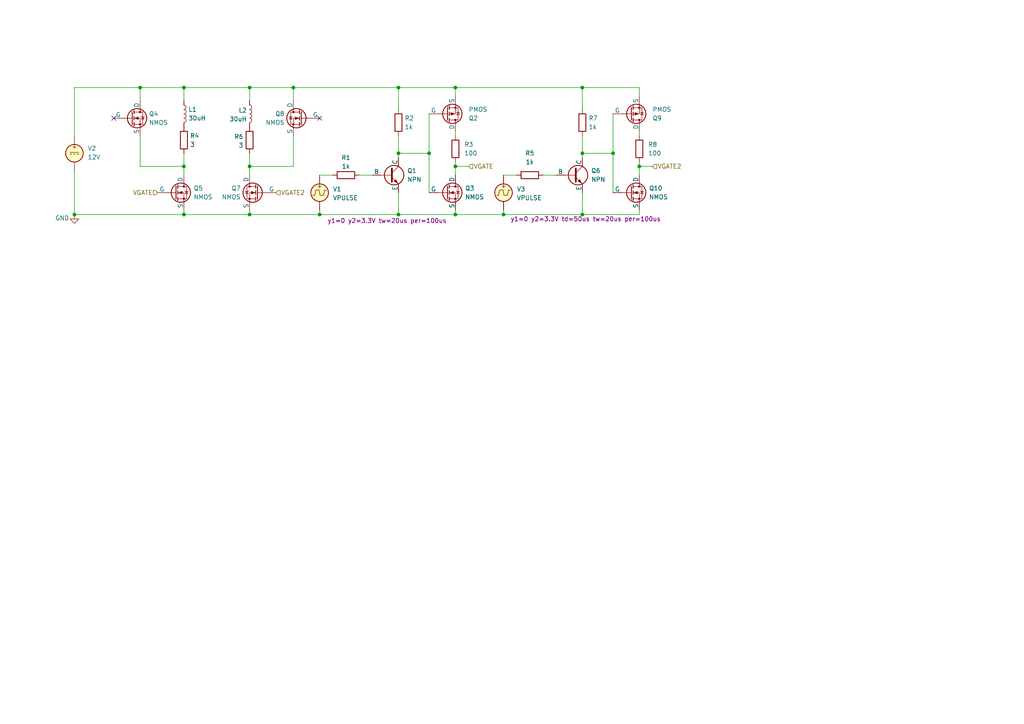
<source format=kicad_sch>
(kicad_sch (version 20250114) (generator "eeschema") (generator_version "9.0")
  (paper "A4")
  (lib_symbols
    (symbol "Device:L" (pin_numbers (hide yes)) (pin_names (offset 1.016) (hide yes))
      (property "Reference" "L" (at -1.27 0 90))
      (property "Value" "L" (at 1.905 0 90))
      (symbol "L_0_1"
        (arc (start 0 2.54) (mid 0.6323 1.905) (end 0 1.27))
        (arc (start 0 1.27) (mid 0.6323 0.635) (end 0 0))
        (arc (start 0 0) (mid 0.6323 -0.635) (end 0 -1.27))
        (arc (start 0 -1.27) (mid 0.6323 -1.905) (end 0 -2.54))
      )
      (symbol "L_1_1"
        (pin passive line (at 0 3.81 270) (length 1.27) (name "1") (number "1"))
        (pin passive line (at 0 -3.81 90) (length 1.27) (name "2") (number "2"))
      )
    )
    (symbol "Device:R" (pin_numbers (hide yes)) (pin_names (offset 0))
      (property "Reference" "R" (at 2.032 0 90))
      (property "Value" "R" (at 0 0 90))
      (symbol "R_0_1"
        (rectangle (start -1.016 -2.54) (end 1.016 2.54) (stroke (width 0.254)))
      )
      (symbol "R_1_1"
        (pin passive line (at 0 3.81 270) (length 1.27) (name "~") (number "1"))
        (pin passive line (at 0 -3.81 90) (length 1.27) (name "~") (number "2"))
      )
    )
    (symbol "Simulation_SPICE:NMOS" (pin_numbers (hide yes)) (pin_names (offset 0))
      (property "Reference" "Q" (at 5.08 1.27 0))
      (property "Value" "NMOS" (at 5.08 -1.27 0))
      (symbol "NMOS_0_1"
        (polyline (pts (xy 0.254 1.905) (xy 0.254 -1.905)) (stroke (width 0.254)))
        (polyline (pts (xy 0.254 0) (xy -2.54 0)))
        (polyline (pts (xy 0.762 2.286) (xy 0.762 1.27)) (stroke (width 0.254)))
        (polyline (pts (xy 0.762 0.508) (xy 0.762 -0.508)) (stroke (width 0.254)))
        (polyline (pts (xy 0.762 -1.27) (xy 0.762 -2.286)) (stroke (width 0.254)))
        (polyline (pts (xy 0.762 -1.778) (xy 3.302 -1.778) (xy 3.302 1.778) (xy 0.762 1.778)))
        (polyline (pts (xy 1.016 0) (xy 2.032 0.381) (xy 2.032 -0.381) (xy 1.016 0)) (fill (type outline)))
        (circle (center 1.651 0) (radius 2.794) (stroke (width 0.254)))
        (polyline (pts (xy 2.54 2.54) (xy 2.54 1.778)))
        (circle (center 2.54 1.778) (radius 0.254) (fill (type outline)))
        (circle (center 2.54 -1.778) (radius 0.254) (fill (type outline)))
        (polyline (pts (xy 2.54 -2.54) (xy 2.54 0) (xy 0.762 0)))
        (polyline (pts (xy 2.794 0.508) (xy 2.921 0.381) (xy 3.683 0.381) (xy 3.81 0.254)))
        (polyline (pts (xy 3.302 0.381) (xy 2.921 -0.254) (xy 3.683 -0.254) (xy 3.302 0.381)))
      )
      (symbol "NMOS_1_1"
        (pin input line (at -5.08 0 0) (length 2.54) (name "G") (number "2"))
        (pin passive line (at 2.54 5.08 270) (length 2.54) (name "D") (number "1"))
        (pin passive line (at 2.54 -5.08 90) (length 2.54) (name "S") (number "3"))
      )
    )
    (symbol "Simulation_SPICE:NPN" (pin_numbers (hide yes)) (pin_names (offset 0))
      (property "Reference" "Q" (at -2.54 7.62 0))
      (property "Value" "NPN" (at -2.54 5.08 0))
      (symbol "NPN_0_1"
        (polyline (pts (xy -2.54 0) (xy 0.635 0)) (stroke (width 0.1524)))
        (polyline (pts (xy 0.635 1.905) (xy 0.635 -1.905) (xy 0.635 -1.905)) (stroke (width 0.508)))
        (polyline (pts (xy 0.635 0.635) (xy 2.54 2.54)))
        (polyline (pts (xy 0.635 -0.635) (xy 2.54 -2.54) (xy 2.54 -2.54)))
        (circle (center 1.27 0) (radius 2.8194) (stroke (width 0.254)))
        (polyline (pts (xy 1.27 -1.778) (xy 1.778 -1.27) (xy 2.286 -2.286) (xy 1.27 -1.778) (xy 1.27 -1.778)) (fill (type outline)))
        (polyline (pts (xy 2.794 -1.27) (xy 2.794 -1.27)) (stroke (width 0.1524)))
        (polyline (pts (xy 2.794 -1.27) (xy 2.794 -1.27)) (stroke (width 0.1524)))
      )
      (symbol "NPN_1_1"
        (pin input line (at -5.08 0 0) (length 2.54) (name "B") (number "2"))
        (pin open_collector line (at 2.54 5.08 270) (length 2.54) (name "C") (number "1"))
        (pin open_emitter line (at 2.54 -5.08 90) (length 2.54) (name "E") (number "3"))
      )
    )
    (symbol "Simulation_SPICE:PMOS" (pin_numbers (hide yes)) (pin_names (offset 0))
      (property "Reference" "Q" (at 5.08 1.27 0))
      (property "Value" "PMOS" (at 5.08 -1.27 0))
      (symbol "PMOS_0_1"
        (polyline (pts (xy 0.254 1.905) (xy 0.254 -1.905)) (stroke (width 0.254)))
        (polyline (pts (xy 0.254 0) (xy -2.54 0)))
        (polyline (pts (xy 0.762 2.286) (xy 0.762 1.27)) (stroke (width 0.254)))
        (polyline (pts (xy 0.762 1.778) (xy 3.302 1.778) (xy 3.302 -1.778) (xy 0.762 -1.778)))
        (polyline (pts (xy 0.762 0.508) (xy 0.762 -0.508)) (stroke (width 0.254)))
        (polyline (pts (xy 0.762 -1.27) (xy 0.762 -2.286)) (stroke (width 0.254)))
        (circle (center 1.651 0) (radius 2.794) (stroke (width 0.254)))
        (polyline (pts (xy 2.286 0) (xy 1.27 0.381) (xy 1.27 -0.381) (xy 2.286 0)) (fill (type outline)))
        (polyline (pts (xy 2.54 2.54) (xy 2.54 1.778)))
        (circle (center 2.54 1.778) (radius 0.254) (fill (type outline)))
        (circle (center 2.54 -1.778) (radius 0.254) (fill (type outline)))
        (polyline (pts (xy 2.54 -2.54) (xy 2.54 0) (xy 0.762 0)))
        (polyline (pts (xy 2.794 -0.508) (xy 2.921 -0.381) (xy 3.683 -0.381) (xy 3.81 -0.254)))
        (polyline (pts (xy 3.302 -0.381) (xy 2.921 0.254) (xy 3.683 0.254) (xy 3.302 -0.381)))
      )
      (symbol "PMOS_1_1"
        (pin input line (at -5.08 0 0) (length 2.54) (name "G") (number "2"))
        (pin passive line (at 2.54 5.08 270) (length 2.54) (name "D") (number "1"))
        (pin passive line (at 2.54 -5.08 90) (length 2.54) (name "S") (number "3"))
      )
    )
    (symbol "Simulation_SPICE:VDC" (pin_numbers (hide yes)) (pin_names (offset 0.0254))
      (property "Reference" "V" (at 2.54 2.54 0))
      (property "Value" "1" (at 2.54 0 0))
      (symbol "VDC_0_0"
        (polyline (pts (xy -1.27 0.254) (xy 1.27 0.254)))
        (polyline (pts (xy -0.762 -0.254) (xy -1.27 -0.254)))
        (polyline (pts (xy 0.254 -0.254) (xy -0.254 -0.254)))
        (polyline (pts (xy 1.27 -0.254) (xy 0.762 -0.254)))
        (text "+" (at 0 1.905 0) (effects (font (size 1.27 1.27))))
      )
      (symbol "VDC_0_1"
        (circle (center 0 0) (radius 2.54) (stroke (width 0.254)) (fill (type background)))
      )
      (symbol "VDC_1_1"
        (pin passive line (at 0 5.08 270) (length 2.54) (name "~") (number "1"))
        (pin passive line (at 0 -5.08 90) (length 2.54) (name "~") (number "2"))
      )
    )
    (symbol "Simulation_SPICE:VPULSE" (pin_numbers (hide yes)) (pin_names (offset 0.0254))
      (property "Reference" "V" (at 2.54 2.54 0))
      (property "Value" "VPULSE" (at 2.54 0 0))
      (property "Sim.Params" "y1=0 y2=1 td=2n tr=2n tf=2n tw=50n per=100n" (at 2.54 -2.54 0))
      (symbol "VPULSE_0_0"
        (polyline (pts (xy -2.032 -0.762) (xy -1.397 -0.762) (xy -1.143 0.762) (xy -0.127 0.762) (xy 0.127 -0.762) (xy 1.143 -0.762) (xy 1.397 0.762) (xy 2.032 0.762)))
        (text "+" (at 0 1.905 0) (effects (font (size 1.27 1.27))))
      )
      (symbol "VPULSE_0_1"
        (circle (center 0 0) (radius 2.54) (stroke (width 0.254)) (fill (type background)))
      )
      (symbol "VPULSE_1_1"
        (pin passive line (at 0 5.08 270) (length 2.54) (name "~") (number "1"))
        (pin passive line (at 0 -5.08 90) (length 2.54) (name "~") (number "2"))
      )
    )
    (symbol "power:GND" (power) (pin_numbers (hide yes)) (pin_names (offset 0) (hide yes))
      (property "Value" "GND" (at 0 -3.81 0))
      (symbol "GND_0_1"
        (polyline (pts (xy 0 0) (xy 0 -1.27) (xy 1.27 -1.27) (xy 0 -2.54) (xy -1.27 -1.27) (xy 0 -1.27)))
      )
      (symbol "GND_1_1"
        (pin power_in line (at 0 0 270) (length 0) (name "~") (number "1"))
      )
    )
  )
  (junction (at 53.34 62.23))
  (junction (at 72.39 48.26))
  (junction (at 53.34 25.4))
  (junction (at 85.09 25.4))
  (junction (at 146.05 62.23))
  (junction (at 168.91 25.4))
  (junction (at 21.59 62.23))
  (junction (at 72.39 25.4))
  (junction (at 72.39 62.23))
  (junction (at 185.42 48.26))
  (junction (at 132.08 48.26))
  (junction (at 115.57 62.23))
  (junction (at 53.34 48.26))
  (junction (at 168.91 62.23))
  (junction (at 168.91 44.45))
  (junction (at 115.57 25.4))
  (junction (at 177.8 44.45))
  (junction (at 124.46 44.45))
  (junction (at 92.71 62.23))
  (junction (at 132.08 62.23))
  (junction (at 115.57 44.45))
  (junction (at 40.64 25.4))
  (junction (at 132.08 25.4))
  (no_connect (at 92.71 34.29))
  (no_connect (at 33.02 34.29))
  (wire (pts (xy 40.64 39.37) (xy 40.64 48.26)))
  (wire (pts (xy 40.64 25.4) (xy 53.34 25.4)))
  (wire (pts (xy 132.08 38.1) (xy 132.08 39.37)))
  (wire (pts (xy 168.91 62.23) (xy 185.42 62.23)))
  (wire (pts (xy 132.08 60.96) (xy 132.08 62.23)))
  (wire (pts (xy 168.91 39.37) (xy 168.91 44.45)))
  (wire (pts (xy 124.46 44.45) (xy 124.46 55.88)))
  (wire (pts (xy 53.34 60.96) (xy 53.34 62.23)))
  (wire (pts (xy 72.39 48.26) (xy 72.39 50.8)))
  (wire (pts (xy 168.91 44.45) (xy 168.91 45.72)))
  (wire (pts (xy 115.57 44.45) (xy 115.57 39.37)))
  (wire (pts (xy 132.08 25.4) (xy 168.91 25.4)))
  (wire (pts (xy 185.42 39.37) (xy 185.42 38.1)))
  (wire (pts (xy 40.64 25.4) (xy 40.64 29.21)))
  (wire (pts (xy 124.46 44.45) (xy 124.46 33.02)))
  (wire (pts (xy 72.39 25.4) (xy 85.09 25.4)))
  (wire (pts (xy 185.42 25.4) (xy 185.42 27.94)))
  (wire (pts (xy 132.08 48.26) (xy 135.89 48.26)))
  (wire (pts (xy 168.91 31.75) (xy 168.91 25.4)))
  (wire (pts (xy 185.42 48.26) (xy 189.23 48.26)))
  (wire (pts (xy 21.59 25.4) (xy 40.64 25.4)))
  (wire (pts (xy 104.14 50.8) (xy 107.95 50.8)))
  (wire (pts (xy 53.34 44.45) (xy 53.34 48.26)))
  (wire (pts (xy 85.09 25.4) (xy 115.57 25.4)))
  (wire (pts (xy 21.59 49.53) (xy 21.59 62.23)))
  (wire (pts (xy 115.57 44.45) (xy 115.57 45.72)))
  (wire (pts (xy 85.09 25.4) (xy 85.09 29.21)))
  (wire (pts (xy 185.42 48.26) (xy 185.42 50.8)))
  (wire (pts (xy 177.8 44.45) (xy 177.8 33.02)))
  (wire (pts (xy 168.91 44.45) (xy 177.8 44.45)))
  (wire (pts (xy 53.34 48.26) (xy 53.34 50.8)))
  (wire (pts (xy 72.39 44.45) (xy 72.39 48.26)))
  (wire (pts (xy 92.71 62.23) (xy 115.57 62.23)))
  (wire (pts (xy 72.39 62.23) (xy 92.71 62.23)))
  (wire (pts (xy 132.08 46.99) (xy 132.08 48.26)))
  (wire (pts (xy 115.57 62.23) (xy 132.08 62.23)))
  (wire (pts (xy 157.48 50.8) (xy 161.29 50.8)))
  (wire (pts (xy 146.05 50.8) (xy 149.86 50.8)))
  (wire (pts (xy 132.08 62.23) (xy 146.05 62.23)))
  (wire (pts (xy 115.57 55.88) (xy 115.57 62.23)))
  (wire (pts (xy 177.8 44.45) (xy 177.8 55.88)))
  (wire (pts (xy 85.09 39.37) (xy 85.09 48.26)))
  (wire (pts (xy 115.57 25.4) (xy 132.08 25.4)))
  (wire (pts (xy 92.71 50.8) (xy 96.52 50.8)))
  (wire (pts (xy 72.39 60.96) (xy 72.39 62.23)))
  (wire (pts (xy 53.34 25.4) (xy 72.39 25.4)))
  (wire (pts (xy 146.05 62.23) (xy 146.05 60.96)))
  (wire (pts (xy 40.64 48.26) (xy 53.34 48.26)))
  (wire (pts (xy 185.42 46.99) (xy 185.42 48.26)))
  (wire (pts (xy 92.71 60.96) (xy 92.71 62.23)))
  (wire (pts (xy 146.05 62.23) (xy 168.91 62.23)))
  (wire (pts (xy 132.08 25.4) (xy 132.08 27.94)))
  (wire (pts (xy 115.57 44.45) (xy 124.46 44.45)))
  (wire (pts (xy 168.91 25.4) (xy 185.42 25.4)))
  (wire (pts (xy 168.91 55.88) (xy 168.91 62.23)))
  (wire (pts (xy 21.59 62.23) (xy 53.34 62.23)))
  (wire (pts (xy 53.34 25.4) (xy 53.34 29.21)))
  (wire (pts (xy 185.42 60.96) (xy 185.42 62.23)))
  (wire (pts (xy 85.09 48.26) (xy 72.39 48.26)))
  (wire (pts (xy 132.08 48.26) (xy 132.08 50.8)))
  (wire (pts (xy 72.39 25.4) (xy 72.39 29.21)))
  (wire (pts (xy 21.59 25.4) (xy 21.59 39.37)))
  (wire (pts (xy 53.34 62.23) (xy 72.39 62.23)))
  (wire (pts (xy 115.57 31.75) (xy 115.57 25.4)))
  (hierarchical_label "VGATE" (shape input) (at 135.89 48.26 0))
  (hierarchical_label "VGATE" (shape input) (at 45.72 55.88 180))
  (hierarchical_label "VGATE2" (shape input) (at 189.23 48.26 0))
  (hierarchical_label "VGATE2" (shape input) (at 80.01 55.88 0))
  (symbol (lib_id "power:GND") (at 21.59 62.23 0) (unit 1)
    (property "Reference" "#PWR02" (effects (hide yes)))
    (property "Value" "GND" (at 18.034 63.246 0))
    (property "Description" "Power symbol creates a global label with name \"GND\" , ground" (effects (hide yes)))
  )
  (symbol (lib_id "Simulation_SPICE:VPULSE") (at 92.71 55.88 0) (unit 1)
    (property "Reference" "V1" (at 96.52 54.864 0) (effects (justify left)))
    (property "Value" "VPULSE" (at 96.52 57.404 0) (effects (justify left)))
    (property "Datasheet" "https://ngspice.sourceforge.io/docs/ngspice-html-manual/manual.xhtml#sec_Independent_Sources_for" (effects (hide yes)))
    (property "Description" "Voltage source, pulse" (effects (hide yes)))
    (property "Sim.Pins" "1=+ 2=-" (effects (hide yes)))
    (property "Sim.Type" "PULSE" (effects (hide yes)))
    (property "Sim.Device" "V" (effects (hide yes)))
    (property "Sim.Params" "y1=0 y2=3.3V tw=20us per=100us" (at 94.996 64.008 0) (effects (justify left)))
  )
  (symbol (lib_id "Device:R") (at 72.39 40.64 0) (unit 1)
    (property "Reference" "R6" (at 70.612 39.624 0) (effects (justify right)))
    (property "Value" "3" (at 70.612 42.164 0) (effects (justify right)))
    (property "Description" "Resistor" (effects (hide yes)))
  )
  (symbol (lib_id "Simulation_SPICE:NMOS") (at 129.54 55.88 0) (unit 1)
    (property "Reference" "Q3" (at 134.874 54.61 0) (effects (justify left)))
    (property "Value" "NMOS" (at 134.874 57.15 0) (effects (justify left)))
    (property "Datasheet" "https://ngspice.sourceforge.io/docs/ngspice-html-manual/manual.xhtml#cha_MOSFETs" (effects (hide yes)))
    (property "Description" "N-MOSFET transistor, drain/source/gate" (effects (hide yes)))
    (property "Sim.Device" "SUBCKT" (effects (hide yes)))
    (property "Sim.Pins" "1=1 2=2 3=3" (effects (hide yes)))
    (property "Sim.Library" "/home/thomas/ext/irfz34n.spi" (effects (hide yes)))
    (property "Sim.Name" "irfz34n" (effects (hide yes)))
  )
  (symbol (lib_id "Device:R") (at 185.42 43.18 180) (unit 1)
    (property "Reference" "R8" (at 187.96 41.9099 0) (effects (justify right)))
    (property "Value" "100" (at 187.96 44.4499 0) (effects (justify right)))
    (property "Description" "Resistor" (effects (hide yes)))
  )
  (symbol (lib_id "Simulation_SPICE:NMOS") (at 182.88 55.88 0) (unit 1)
    (property "Reference" "Q10" (at 188.214 54.61 0) (effects (justify left)))
    (property "Value" "NMOS" (at 188.214 57.15 0) (effects (justify left)))
    (property "Datasheet" "https://ngspice.sourceforge.io/docs/ngspice-html-manual/manual.xhtml#cha_MOSFETs" (effects (hide yes)))
    (property "Description" "N-MOSFET transistor, drain/source/gate" (effects (hide yes)))
    (property "Sim.Device" "SUBCKT" (effects (hide yes)))
    (property "Sim.Pins" "1=1 2=2 3=3" (effects (hide yes)))
    (property "Sim.Library" "/home/thomas/ext/irfz34n.spi" (effects (hide yes)))
    (property "Sim.Name" "irfz34n" (effects (hide yes)))
  )
  (symbol (lib_id "Simulation_SPICE:NPN") (at 166.37 50.8 0) (unit 1)
    (property "Reference" "Q6" (at 171.45 49.5299 0) (effects (justify left)))
    (property "Value" "NPN" (at 171.45 52.0699 0) (effects (justify left)))
    (property "Datasheet" "https://ngspice.sourceforge.io/docs/ngspice-html-manual/manual.xhtml#cha_BJTs" (effects (hide yes)))
    (property "Description" "Bipolar transistor symbol for simulation only, substrate tied to the emitter" (effects (hide yes)))
    (property "Sim.Device" "NPN" (effects (hide yes)))
    (property "Sim.Type" "GUMMELPOON" (effects (hide yes)))
    (property "Sim.Pins" "1=C 2=B 3=E" (effects (hide yes)))
  )
  (symbol (lib_id "Device:R") (at 132.08 43.18 180) (unit 1)
    (property "Reference" "R3" (at 134.62 41.9099 0) (effects (justify right)))
    (property "Value" "100" (at 134.62 44.4499 0) (effects (justify right)))
    (property "Description" "Resistor" (effects (hide yes)))
  )
  (symbol (lib_id "Device:R") (at 115.57 35.56 0) (unit 1)
    (property "Reference" "R2" (at 117.348 34.29 0) (effects (justify left)))
    (property "Value" "1k" (at 117.348 36.83 0) (effects (justify left)))
    (property "Description" "Resistor" (effects (hide yes)))
  )
  (symbol (lib_id "Simulation_SPICE:PMOS") (at 129.54 33.02 0) (mirror x) (unit 1)
    (property "Reference" "Q2" (at 135.89 34.2901 0) (effects (justify left)))
    (property "Value" "PMOS" (at 135.89 31.7501 0) (effects (justify left)))
    (property "Datasheet" "https://ngspice.sourceforge.io/docs/ngspice-html-manual/manual.xhtml#cha_MOSFETs" (effects (hide yes)))
    (property "Description" "P-MOSFET transistor, drain/source/gate" (effects (hide yes)))
    (property "Sim.Device" "SUBCKT" (effects (hide yes)))
    (property "Sim.Pins" "1=1 2=2 3=3" (effects (hide yes)))
    (property "Sim.Library" "/home/thomas/ext/irf9z24n.spi" (effects (hide yes)))
    (property "Sim.Name" "irf9z24n" (effects (hide yes)))
  )
  (symbol (lib_id "Simulation_SPICE:VPULSE") (at 146.05 55.88 0) (unit 1)
    (property "Reference" "V3" (at 149.86 54.864 0) (effects (justify left)))
    (property "Value" "VPULSE" (at 149.86 57.404 0) (effects (justify left)))
    (property "Datasheet" "https://ngspice.sourceforge.io/docs/ngspice-html-manual/manual.xhtml#sec_Independent_Sources_for" (effects (hide yes)))
    (property "Description" "Voltage source, pulse" (effects (hide yes)))
    (property "Sim.Pins" "1=+ 2=-" (effects (hide yes)))
    (property "Sim.Type" "PULSE" (effects (hide yes)))
    (property "Sim.Device" "V" (effects (hide yes)))
    (property "Sim.Params" "y1=0 y2=3.3V td=50us tw=20us per=100us" (at 148.082 63.5 0) (effects (justify left)))
  )
  (symbol (lib_id "Simulation_SPICE:NMOS") (at 38.1 34.29 0) (unit 1)
    (property "Reference" "Q4" (at 43.18 33.02 0) (effects (justify left)))
    (property "Value" "NMOS" (at 43.18 35.56 0) (effects (justify left)))
    (property "Datasheet" "https://ngspice.sourceforge.io/docs/ngspice-html-manual/manual.xhtml#cha_MOSFETs" (effects (hide yes)))
    (property "Description" "N-MOSFET transistor, drain/source/gate" (effects (hide yes)))
    (property "Sim.Device" "SUBCKT" (effects (hide yes)))
    (property "Sim.Pins" "1=1 2=2 3=3" (effects (hide yes)))
    (property "Sim.Library" "/home/thomas/ext/irfz34n.spi" (effects (hide yes)))
    (property "Sim.Name" "irfz34n" (effects (hide yes)))
  )
  (symbol (lib_id "Simulation_SPICE:VDC") (at 21.59 44.45 0) (unit 1)
    (property "Reference" "V2" (at 25.4 43.0501 0) (effects (justify left)))
    (property "Value" "12V" (at 25.4 45.5901 0) (effects (justify left)))
    (property "Datasheet" "https://ngspice.sourceforge.io/docs/ngspice-html-manual/manual.xhtml#sec_Independent_Sources_for" (effects (hide yes)))
    (property "Description" "Voltage source, DC" (effects (hide yes)))
    (property "Sim.Pins" "1=+ 2=-" (effects (hide yes)))
    (property "Sim.Type" "DC" (effects (hide yes)))
    (property "Sim.Device" "V" (effects (hide yes)))
  )
  (symbol (lib_id "Device:L") (at 53.34 33.02 0) (unit 1)
    (property "Reference" "L1" (at 54.61 31.7499 0) (effects (justify left)))
    (property "Value" "30uH" (at 54.61 34.2899 0) (effects (justify left)))
    (property "Description" "Inductor" (effects (hide yes)))
  )
  (symbol (lib_id "Simulation_SPICE:PMOS") (at 182.88 33.02 0) (mirror x) (unit 1)
    (property "Reference" "Q9" (at 189.23 34.2901 0) (effects (justify left)))
    (property "Value" "PMOS" (at 189.23 31.7501 0) (effects (justify left)))
    (property "Datasheet" "https://ngspice.sourceforge.io/docs/ngspice-html-manual/manual.xhtml#cha_MOSFETs" (effects (hide yes)))
    (property "Description" "P-MOSFET transistor, drain/source/gate" (effects (hide yes)))
    (property "Sim.Device" "SUBCKT" (effects (hide yes)))
    (property "Sim.Pins" "1=1 2=2 3=3" (effects (hide yes)))
    (property "Sim.Library" "/home/thomas/ext/irf9z24n.spi" (effects (hide yes)))
    (property "Sim.Name" "irf9z24n" (effects (hide yes)))
  )
  (symbol (lib_id "Device:R") (at 100.33 50.8 90) (unit 1)
    (property "Reference" "R1" (at 100.33 45.72 90))
    (property "Value" "1k" (at 100.33 48.26 90))
    (property "Description" "Resistor" (effects (hide yes)))
  )
  (symbol (lib_id "Simulation_SPICE:NMOS") (at 50.8 55.88 0) (unit 1)
    (property "Reference" "Q5" (at 56.134 54.61 0) (effects (justify left)))
    (property "Value" "NMOS" (at 56.134 57.15 0) (effects (justify left)))
    (property "Datasheet" "https://ngspice.sourceforge.io/docs/ngspice-html-manual/manual.xhtml#cha_MOSFETs" (effects (hide yes)))
    (property "Description" "N-MOSFET transistor, drain/source/gate" (effects (hide yes)))
    (property "Sim.Device" "SUBCKT" (effects (hide yes)))
    (property "Sim.Pins" "1=1 2=2 3=3" (effects (hide yes)))
    (property "Sim.Library" "/home/thomas/ext/irfz34n.spi" (effects (hide yes)))
    (property "Sim.Name" "irfz34n" (effects (hide yes)))
  )
  (symbol (lib_id "Device:L") (at 72.39 33.02 0) (unit 1)
    (property "Reference" "L2" (at 71.628 32.004 0) (effects (justify right)))
    (property "Value" "30uH" (at 71.628 34.544 0) (effects (justify right)))
    (property "Description" "Inductor" (effects (hide yes)))
  )
  (symbol (lib_id "Device:R") (at 153.67 50.8 90) (unit 1)
    (property "Reference" "R5" (at 153.67 44.45 90))
    (property "Value" "1k" (at 153.67 46.99 90))
    (property "Description" "Resistor" (effects (hide yes)))
  )
  (symbol (lib_id "Simulation_SPICE:NMOS") (at 74.93 55.88 0) (mirror y) (unit 1)
    (property "Reference" "Q7" (at 69.85 54.61 0) (effects (justify left)))
    (property "Value" "NMOS" (at 69.85 57.15 0) (effects (justify left)))
    (property "Datasheet" "https://ngspice.sourceforge.io/docs/ngspice-html-manual/manual.xhtml#cha_MOSFETs" (effects (hide yes)))
    (property "Description" "N-MOSFET transistor, drain/source/gate" (effects (hide yes)))
    (property "Sim.Device" "SUBCKT" (effects (hide yes)))
    (property "Sim.Pins" "1=1 2=2 3=3" (effects (hide yes)))
    (property "Sim.Library" "/home/thomas/ext/irfz34n.spi" (effects (hide yes)))
    (property "Sim.Name" "irfz34n" (effects (hide yes)))
  )
  (symbol (lib_id "Simulation_SPICE:NMOS") (at 87.63 34.29 0) (mirror y) (unit 1)
    (property "Reference" "Q8" (at 82.55 33.02 0) (effects (justify left)))
    (property "Value" "NMOS" (at 82.55 35.56 0) (effects (justify left)))
    (property "Datasheet" "https://ngspice.sourceforge.io/docs/ngspice-html-manual/manual.xhtml#cha_MOSFETs" (effects (hide yes)))
    (property "Description" "N-MOSFET transistor, drain/source/gate" (effects (hide yes)))
    (property "Sim.Device" "SUBCKT" (effects (hide yes)))
    (property "Sim.Pins" "1=1 2=2 3=3" (effects (hide yes)))
    (property "Sim.Library" "/home/thomas/ext/irfz34n.spi" (effects (hide yes)))
    (property "Sim.Name" "irfz34n" (effects (hide yes)))
  )
  (symbol (lib_id "Simulation_SPICE:NPN") (at 113.03 50.8 0) (unit 1)
    (property "Reference" "Q1" (at 118.11 49.5299 0) (effects (justify left)))
    (property "Value" "NPN" (at 118.11 52.0699 0) (effects (justify left)))
    (property "Datasheet" "https://ngspice.sourceforge.io/docs/ngspice-html-manual/manual.xhtml#cha_BJTs" (effects (hide yes)))
    (property "Description" "Bipolar transistor symbol for simulation only, substrate tied to the emitter" (effects (hide yes)))
    (property "Sim.Device" "NPN" (effects (hide yes)))
    (property "Sim.Type" "GUMMELPOON" (effects (hide yes)))
    (property "Sim.Pins" "1=C 2=B 3=E" (effects (hide yes)))
  )
  (symbol (lib_id "Device:R") (at 53.34 40.64 0) (unit 1)
    (property "Reference" "R4" (at 55.118 39.37 0) (effects (justify left)))
    (property "Value" "3" (at 55.118 41.91 0) (effects (justify left)))
    (property "Description" "Resistor" (effects (hide yes)))
  )
  (symbol (lib_id "Device:R") (at 168.91 35.56 0) (unit 1)
    (property "Reference" "R7" (at 170.688 34.29 0) (effects (justify left)))
    (property "Value" "1k" (at 170.688 36.83 0) (effects (justify left)))
    (property "Description" "Resistor" (effects (hide yes)))
  )
)
</source>
